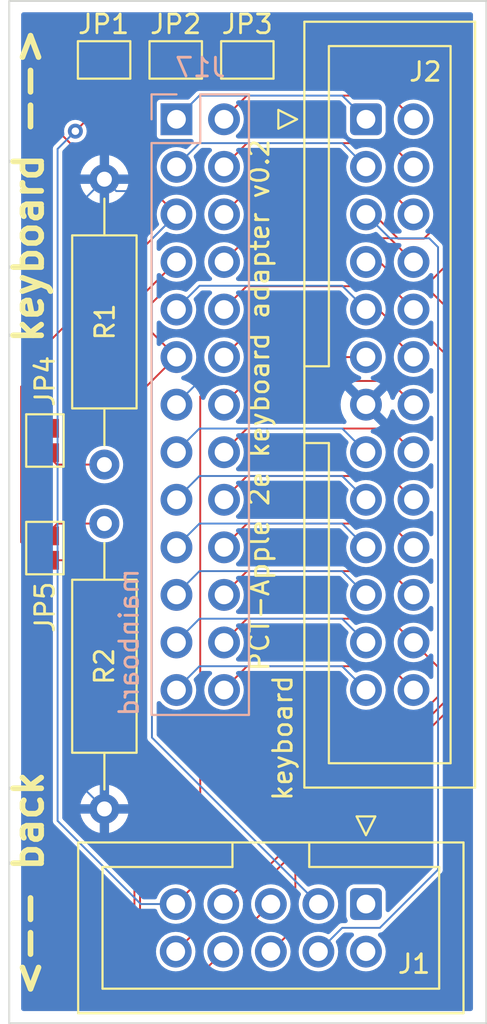
<source format=kicad_pcb>
(kicad_pcb (version 20221018) (generator pcbnew)
  (layers (0 "F.Cu" signal) (31 "B.Cu" signal) (34 "B.Paste" user) (35 "F.Paste" user) (36 "B.SilkS" user "B.Silkscreen") (37 "F.SilkS" user "F.Silkscreen") (38 "B.Mask" user) (39 "F.Mask" user) (44 "Edge.Cuts" user))
  (net 0 "")
  (net 3 "SM1{slash}CAPL")
  (net 4 "SM1{slash}CAPL'")
  (net 5 "SM0{slash}OAPL")
  (net 6 "SM0{slash}OAPL'")
  (net 7 "CAPLOCK*")
  (net 8 "CNTL")
  (net 9 "CNTL'")
  (net 10 "SHFT*")
  (net 11 "Y0")
  (net 12 "Y1")
  (net 13 "VCC")
  (net 14 "Y2")
  (net 15 "Y3")
  (net 16 "Y4")
  (net 17 "Y5")
  (net 18 "Y8")
  (net 19 "GND")
  (net 20 "X0")
  (net 21 "RESET")
  (net 22 "X2")
  (net 23 "X7")
  (net 24 "X1")
  (net 25 "X5")
  (net 26 "X3")
  (net 27 "X4")
  (net 28 "Y9")
  (net 29 "Y6")
  (net 30 "Y7")
  (net 31 "X6")
  (net 32 "Net-(JP4-A)")
  (net 33 "Net-(JP5-A)")
  (footprint "Jumper:SolderJumper-2_P1.3mm_Bridged_Pad1.0x1.5mm" (layer "F.Cu") (at 28.545 47.61 90)
    (fp_text reference "JP4" (at 3.16 0 90) (layer "F.SilkS"))
    (fp_text value "SM1" hide)
    (fp_poly (pts (xy -0.25 -0.3) (xy 0.25 -0.3) (xy 0.25 0.3) (xy -0.25 0.3)) (fill solid) (layer "F.Cu"))
    (fp_line (start -1.4 -1) (end 1.4 -1) (stroke (width 0.12)) (layer "F.SilkS"))
    (fp_line (start -1.4 1) (end -1.4 -1) (stroke (width 0.12)) (layer "F.SilkS"))
    (fp_line (start 1.4 -1) (end 1.4 1) (stroke (width 0.12)) (layer "F.SilkS"))
    (fp_line (start 1.4 1) (end -1.4 1) (stroke (width 0.12)) (layer "F.SilkS"))
    (pad "1" smd rect (at -0.65 0 90) (size 1 1.5) (layers "F.Cu" "F.Mask") (net 32 "Net-(JP4-A)"))
    (pad "2" smd rect (at 0.65 0 90) (size 1 1.5) (layers "F.Cu" "F.Mask") (net 3 "SM1{slash}CAPL"))
  )
  (footprint "Jumper:SolderJumper-2_P1.3mm_Bridged_Pad1.0x1.5mm" (layer "F.Cu") (at 28.545 53.355 -90)
    (fp_text reference "JP5" (at 3.16 0 90) (layer "F.SilkS"))
    (fp_text value "SM0" hide)
    (fp_poly (pts (xy -0.25 -0.3) (xy 0.25 -0.3) (xy 0.25 0.3) (xy -0.25 0.3)) (fill solid) (layer "F.Cu"))
    (fp_line (start -1.4 -1) (end 1.4 -1) (stroke (width 0.12)) (layer "F.SilkS"))
    (fp_line (start -1.4 1) (end -1.4 -1) (stroke (width 0.12)) (layer "F.SilkS"))
    (fp_line (start 1.4 -1) (end 1.4 1) (stroke (width 0.12)) (layer "F.SilkS"))
    (fp_line (start 1.4 1) (end -1.4 1) (stroke (width 0.12)) (layer "F.SilkS"))
    (pad "1" smd rect (at -0.65 0 270) (size 1 1.5) (layers "F.Cu" "F.Mask") (net 33 "Net-(JP5-A)"))
    (pad "2" smd rect (at 0.65 0 270) (size 1 1.5) (layers "F.Cu" "F.Mask") (net 5 "SM0{slash}OAPL"))
  )
  (footprint "Resistor_THT:R_Axial_DIN0309_L9.0mm_D3.2mm_P15.24mm_Horizontal" (layer "F.Cu") (at 31.72 52.045508 -90)
    (fp_text reference "R2" (at 7.62 0 90) (layer "F.SilkS"))
    (fp_text value "560")
    (fp_line (start 1.04 0) (end 3 0) (stroke (width 0.12)) (layer "F.SilkS"))
    (fp_line (start 3 -1.72) (end 3 1.72) (stroke (width 0.12)) (layer "F.SilkS"))
    (fp_line (start 3 1.72) (end 12.24 1.72) (stroke (width 0.12)) (layer "F.SilkS"))
    (fp_line (start 12.24 -1.72) (end 3 -1.72) (stroke (width 0.12)) (layer "F.SilkS"))
    (fp_line (start 12.24 1.72) (end 12.24 -1.72) (stroke (width 0.12)) (layer "F.SilkS"))
    (fp_line (start 14.2 0) (end 12.24 0) (stroke (width 0.12)) (layer "F.SilkS"))
    (pad "1" thru_hole circle (at 0 0 270) (size 1.6 1.6) (drill 0.8) (layers "*.Cu" "*.Mask") (net 33 "Net-(JP5-A)"))
    (pad "2" thru_hole oval (at 15.24 0 270) (size 1.6 1.6) (drill 0.8) (layers "*.Cu" "*.Mask") (net 19 "GND"))
  )
  (footprint "Jumper:SolderJumper-2_P1.3mm_Open_Pad1.0x1.5mm" (layer "F.Cu") (at 35.53 27.285508)
    (fp_text reference "JP2" (at 0 -1.905) (layer "F.SilkS"))
    (fp_text value "Jumper_2_Open" hide)
    (fp_line (start -1.4 -1) (end 1.4 -1) (stroke (width 0.12)) (layer "F.SilkS"))
    (fp_line (start -1.4 1) (end -1.4 -1) (stroke (width 0.12)) (layer "F.SilkS"))
    (fp_line (start 1.4 -1) (end 1.4 1) (stroke (width 0.12)) (layer "F.SilkS"))
    (fp_line (start 1.4 1) (end -1.4 1) (stroke (width 0.12)) (layer "F.SilkS"))
    (pad "1" smd rect (at -0.65 0) (size 1 1.5) (layers "F.Cu" "F.Mask") (net 3 "SM1{slash}CAPL"))
    (pad "2" smd rect (at 0.65 0) (size 1 1.5) (layers "F.Cu" "F.Mask") (net 4 "SM1{slash}CAPL'"))
  )
  (footprint "Connector_IDC:IDC-Header_2x13_P2.54mm_Vertical" (layer "F.Cu") (at 45.69 30.455508)
    (fp_text reference "J2" (at 3.175 -2.535) (layer "F.SilkS"))
    (fp_text value "keyboard" (at -4.445 33.044492 90) (layer "F.SilkS"))
    (fp_line (start -4.68 -0.5) (end -4.68 0.5) (stroke (width 0.12)) (layer "F.SilkS"))
    (fp_line (start -4.68 0.5) (end -3.68 0) (stroke (width 0.12)) (layer "F.SilkS"))
    (fp_line (start -3.68 0) (end -4.68 -0.5) (stroke (width 0.12)) (layer "F.SilkS"))
    (fp_line (start -3.29 -5.21) (end 5.83 -5.21) (stroke (width 0.12)) (layer "F.SilkS"))
    (fp_line (start -3.29 13.19) (end -1.98 13.19) (stroke (width 0.12)) (layer "F.SilkS"))
    (fp_line (start -3.29 35.69) (end -3.29 -5.21) (stroke (width 0.12)) (layer "F.SilkS"))
    (fp_line (start -1.98 -3.91) (end 4.52 -3.91) (stroke (width 0.12)) (layer "F.SilkS"))
    (fp_line (start -1.98 13.19) (end -1.98 -3.91) (stroke (width 0.12)) (layer "F.SilkS"))
    (fp_line (start -1.98 17.29) (end -3.29 17.29) (stroke (width 0.12)) (layer "F.SilkS"))
    (fp_line (start -1.98 17.29) (end -1.98 17.29) (stroke (width 0.12)) (layer "F.SilkS"))
    (fp_line (start -1.98 34.39) (end -1.98 17.29) (stroke (width 0.12)) (layer "F.SilkS"))
    (fp_line (start 4.52 -3.91) (end 4.52 34.39) (stroke (width 0.12)) (layer "F.SilkS"))
    (fp_line (start 4.52 34.39) (end -1.98 34.39) (stroke (width 0.12)) (layer "F.SilkS"))
    (fp_line (start 5.83 -5.21) (end 5.83 35.69) (stroke (width 0.12)) (layer "F.SilkS"))
    (fp_line (start 5.83 35.69) (end -3.29 35.69) (stroke (width 0.12)) (layer "F.SilkS"))
    (pad "1" thru_hole roundrect (at 0 0) (size 1.7 1.7) (drill 1) (layers "*.Cu" "*.Mask") (roundrect_rratio 0.1470588235) (net 11 "Y0"))
    (pad "2" thru_hole circle (at 2.54 0) (size 1.7 1.7) (drill 1) (layers "*.Cu" "*.Mask") (net 12 "Y1"))
    (pad "3" thru_hole circle (at 0 2.54) (size 1.7 1.7) (drill 1) (layers "*.Cu" "*.Mask") (net 13 "VCC"))
    (pad "4" thru_hole circle (at 2.54 2.54) (size 1.7 1.7) (drill 1) (layers "*.Cu" "*.Mask") (net 14 "Y2"))
    (pad "5" thru_hole circle (at 0 5.08) (size 1.7 1.7) (drill 1) (layers "*.Cu" "*.Mask") (net 4 "SM1{slash}CAPL'"))
    (pad "6" thru_hole circle (at 2.54 5.08) (size 1.7 1.7) (drill 1) (layers "*.Cu" "*.Mask") (net 15 "Y3"))
    (pad "7" thru_hole circle (at 0 7.62) (size 1.7 1.7) (drill 1) (layers "*.Cu" "*.Mask") (net 6 "SM0{slash}OAPL'"))
    (pad "8" thru_hole circle (at 2.54 7.62) (size 1.7 1.7) (drill 1) (layers "*.Cu" "*.Mask") (net 16 "Y4"))
    (pad "9" thru_hole circle (at 0 10.16) (size 1.7 1.7) (drill 1) (layers "*.Cu" "*.Mask") (net 7 "CAPLOCK*"))
    (pad "10" thru_hole circle (at 2.54 10.16) (size 1.7 1.7) (drill 1) (layers "*.Cu" "*.Mask") (net 17 "Y5"))
    (pad "11" thru_hole circle (at 0 12.7) (size 1.7 1.7) (drill 1) (layers "*.Cu" "*.Mask") (net 9 "CNTL'"))
    (pad "12" thru_hole circle (at 2.54 12.7) (size 1.7 1.7) (drill 1) (layers "*.Cu" "*.Mask") (net 18 "Y8"))
    (pad "13" thru_hole circle (at 0 15.24) (size 1.7 1.7) (drill 1) (layers "*.Cu" "*.Mask") (net 19 "GND"))
    (pad "14" thru_hole circle (at 2.54 15.24) (size 1.7 1.7) (drill 1) (layers "*.Cu" "*.Mask") (net 20 "X0"))
    (pad "15" thru_hole circle (at 0 17.78) (size 1.7 1.7) (drill 1) (layers "*.Cu" "*.Mask") (net 21 "RESET"))
    (pad "16" thru_hole circle (at 2.54 17.78) (size 1.7 1.7) (drill 1) (layers "*.Cu" "*.Mask") (net 22 "X2"))
    (pad "17" thru_hole circle (at 0 20.32) (size 1.7 1.7) (drill 1) (layers "*.Cu" "*.Mask") (net 23 "X7"))
    (pad "18" thru_hole circle (at 2.54 20.32) (size 1.7 1.7) (drill 1) (layers "*.Cu" "*.Mask") (net 24 "X1"))
    (pad "19" thru_hole circle (at 0 22.86) (size 1.7 1.7) (drill 1) (layers "*.Cu" "*.Mask") (net 25 "X5"))
    (pad "20" thru_hole circle (at 2.54 22.86) (size 1.7 1.7) (drill 1) (layers "*.Cu" "*.Mask") (net 26 "X3"))
    (pad "21" thru_hole circle (at 0 25.4) (size 1.7 1.7) (drill 1) (layers "*.Cu" "*.Mask") (net 27 "X4"))
    (pad "22" thru_hole circle (at 2.54 25.4) (size 1.7 1.7) (drill 1) (layers "*.Cu" "*.Mask") (net 28 "Y9"))
    (pad "23" thru_hole circle (at 0 27.94) (size 1.7 1.7) (drill 1) (layers "*.Cu" "*.Mask") (net 29 "Y6"))
    (pad "24" thru_hole circle (at 2.54 27.94) (size 1.7 1.7) (drill 1) (layers "*.Cu" "*.Mask") (net 10 "SHFT*"))
    (pad "25" thru_hole circle (at 0 30.48) (size 1.7 1.7) (drill 1) (layers "*.Cu" "*.Mask") (net 30 "Y7"))
    (pad "26" thru_hole circle (at 2.54 30.48) (size 1.7 1.7) (drill 1) (layers "*.Cu" "*.Mask") (net 31 "X6"))
  )
  (footprint "Jumper:SolderJumper-2_P1.3mm_Open_Pad1.0x1.5mm" (layer "F.Cu") (at 31.705 27.285508 180)
    (fp_text reference "JP1" (at 0.025 1.905) (layer "F.SilkS"))
    (fp_text value "Jumper_2_Open" hide)
    (fp_line (start -1.4 -1) (end 1.4 -1) (stroke (width 0.12)) (layer "F.SilkS"))
    (fp_line (start -1.4 1) (end -1.4 -1) (stroke (width 0.12)) (layer "F.SilkS"))
    (fp_line (start 1.4 -1) (end 1.4 1) (stroke (width 0.12)) (layer "F.SilkS"))
    (fp_line (start 1.4 1) (end -1.4 1) (stroke (width 0.12)) (layer "F.SilkS"))
    (pad "1" smd rect (at -0.65 0 180) (size 1 1.5) (layers "F.Cu" "F.Mask") (net 8 "CNTL"))
    (pad "2" smd rect (at 0.65 0 180) (size 1 1.5) (layers "F.Cu" "F.Mask") (net 9 "CNTL'"))
  )
  (footprint "Resistor_THT:R_Axial_DIN0309_L9.0mm_D3.2mm_P15.24mm_Horizontal" (layer "F.Cu") (at 31.72 48.895 90)
    (fp_text reference "R1" (at 7.62 0.03 90) (layer "F.SilkS"))
    (fp_text value "560")
    (fp_line (start 1.04 0) (end 3 0) (stroke (width 0.12)) (layer "F.SilkS"))
    (fp_line (start 3 -1.72) (end 3 1.72) (stroke (width 0.12)) (layer "F.SilkS"))
    (fp_line (start 3 1.72) (end 12.24 1.72) (stroke (width 0.12)) (layer "F.SilkS"))
    (fp_line (start 12.24 -1.72) (end 3 -1.72) (stroke (width 0.12)) (layer "F.SilkS"))
    (fp_line (start 12.24 1.72) (end 12.24 -1.72) (stroke (width 0.12)) (layer "F.SilkS"))
    (fp_line (start 14.2 0) (end 12.24 0) (stroke (width 0.12)) (layer "F.SilkS"))
    (pad "1" thru_hole circle (at 0 0 90) (size 1.6 1.6) (drill 0.8) (layers "*.Cu" "*.Mask") (net 32 "Net-(JP4-A)"))
    (pad "2" thru_hole oval (at 15.24 0 90) (size 1.6 1.6) (drill 0.8) (layers "*.Cu" "*.Mask") (net 19 "GND"))
  )
  (footprint "Jumper:SolderJumper-2_P1.3mm_Open_Pad1.0x1.5mm" (layer "F.Cu") (at 39.355 27.285508)
    (fp_text reference "JP3" (at -0.005 -1.905) (layer "F.SilkS"))
    (fp_text value "Jumper_2_Open" hide)
    (fp_line (start -1.4 -1) (end 1.4 -1) (stroke (width 0.12)) (layer "F.SilkS"))
    (fp_line (start -1.4 1) (end -1.4 -1) (stroke (width 0.12)) (layer "F.SilkS"))
    (fp_line (start 1.4 -1) (end 1.4 1) (stroke (width 0.12)) (layer "F.SilkS"))
    (fp_line (start 1.4 1) (end -1.4 1) (stroke (width 0.12)) (layer "F.SilkS"))
    (pad "1" smd rect (at -0.65 0) (size 1 1.5) (layers "F.Cu" "F.Mask") (net 5 "SM0{slash}OAPL"))
    (pad "2" smd rect (at 0.65 0) (size 1 1.5) (layers "F.Cu" "F.Mask") (net 6 "SM0{slash}OAPL'"))
  )
  (footprint "Connector_IDC:IDC-Header_2x05_P2.54mm_Vertical" (layer "F.Cu") (at 45.69 72.365508 -90)
    (fp_text reference "J1" (at 3.199492 -2.57) (layer "F.SilkS"))
    (fp_text value "PCT-Apple 2e keyboard adapter v0.2" (at -26.645508 5.685 90) (layer "F.SilkS"))
    (fp_line (start -4.68 -0.5) (end -4.68 0.5) (stroke (width 0.12)) (layer "F.SilkS"))
    (fp_line (start -4.68 0.5) (end -3.68 0) (stroke (width 0.12)) (layer "F.SilkS"))
    (fp_line (start -3.68 0) (end -4.68 -0.5) (stroke (width 0.12)) (layer "F.SilkS"))
    (fp_line (start -3.29 -5.21) (end 5.83 -5.21) (stroke (width 0.12)) (layer "F.SilkS"))
    (fp_line (start -3.29 3.03) (end -1.98 3.03) (stroke (width 0.12)) (layer "F.SilkS"))
    (fp_line (start -3.29 15.37) (end -3.29 -5.21) (stroke (width 0.12)) (layer "F.SilkS"))
    (fp_line (start -1.98 -3.91) (end 4.52 -3.91) (stroke (width 0.12)) (layer "F.SilkS"))
    (fp_line (start -1.98 3.03) (end -1.98 -3.91) (stroke (width 0.12)) (layer "F.SilkS"))
    (fp_line (start -1.98 7.13) (end -3.29 7.13) (stroke (width 0.12)) (layer "F.SilkS"))
    (fp_line (start -1.98 7.13) (end -1.98 7.13) (stroke (width 0.12)) (layer "F.SilkS"))
    (fp_line (start -1.98 14.07) (end -1.98 7.13) (stroke (width 0.12)) (layer "F.SilkS"))
    (fp_line (start 4.52 -3.91) (end 4.52 14.07) (stroke (width 0.12)) (layer "F.SilkS"))
    (fp_line (start 4.52 14.07) (end -1.98 14.07) (stroke (width 0.12)) (layer "F.SilkS"))
    (fp_line (start 5.83 -5.21) (end 5.83 15.37) (stroke (width 0.12)) (layer "F.SilkS"))
    (fp_line (start 5.83 15.37) (end -3.29 15.37) (stroke (width 0.12)) (layer "F.SilkS"))
    (pad "1" thru_hole roundrect (at 0 0 270) (size 1.7 1.7) (drill 1) (layers "*.Cu" "*.Mask") (roundrect_rratio 0.147059))
    (pad "2" thru_hole circle (at 2.54 0 270) (size 1.7 1.7) (drill 1) (layers "*.Cu" "*.Mask"))
    (pad "3" thru_hole circle (at 0 2.54 270) (size 1.7 1.7) (drill 1) (layers "*.Cu" "*.Mask") (net 3 "SM1{slash}CAPL"))
    (pad "4" thru_hole circle (at 2.54 2.54 270) (size 1.7 1.7) (drill 1) (layers "*.Cu" "*.Mask") (net 4 "SM1{slash}CAPL'"))
    (pad "5" thru_hole circle (at 0 5.08 270) (size 1.7 1.7) (drill 1) (layers "*.Cu" "*.Mask") (net 5 "SM0{slash}OAPL"))
    (pad "6" thru_hole circle (at 2.54 5.08 270) (size 1.7 1.7) (drill 1) (layers "*.Cu" "*.Mask") (net 6 "SM0{slash}OAPL'"))
    (pad "7" thru_hole circle (at 0 7.62 270) (size 1.7 1.7) (drill 1) (layers "*.Cu" "*.Mask") (net 7 "CAPLOCK*"))
    (pad "8" thru_hole circle (at 2.54 7.62 270) (size 1.7 1.7) (drill 1) (layers "*.Cu" "*.Mask") (net 8 "CNTL"))
    (pad "9" thru_hole circle (at 0 10.16 270) (size 1.7 1.7) (drill 1) (layers "*.Cu" "*.Mask") (net 9 "CNTL'"))
    (pad "10" thru_hole circle (at 2.54 10.16 270) (size 1.7 1.7) (drill 1) (layers "*.Cu" "*.Mask") (net 10 "SHFT*"))
  )
  (footprint "Connector_PinSocket_2.54mm:PinSocket_2x13_P2.54mm_Vertical" (layer "B.Cu") (at 35.57 30.455508 180)
    (fp_text reference "J17" (at -1.27 2.77) (layer "B.SilkS") (effects (justify mirror)))
    (fp_text value "mainboard" (at 2.54 -27.94 90) (layer "B.SilkS") (effects (justify mirror)))
    (fp_line (start -3.87 -31.81) (end 1.33 -31.81) (stroke (width 0.12)) (layer "B.SilkS"))
    (fp_line (start -3.87 1.33) (end -3.87 -31.81) (stroke (width 0.12)) (layer "B.SilkS"))
    (fp_line (start -3.87 1.33) (end -1.27 1.33) (stroke (width 0.12)) (layer "B.SilkS"))
    (fp_line (start -1.27 -1.27) (end 1.33 -1.27) (stroke (width 0.12)) (layer "B.SilkS"))
    (fp_line (start -1.27 1.33) (end -1.27 -1.27) (stroke (width 0.12)) (layer "B.SilkS"))
    (fp_line (start 0 1.33) (end 1.33 1.33) (stroke (width 0.12)) (layer "B.SilkS"))
    (fp_line (start 1.33 -1.27) (end 1.33 -31.81) (stroke (width 0.12)) (layer "B.SilkS"))
    (fp_line (start 1.33 1.33) (end 1.33 0) (stroke (width 0.12)) (layer "B.SilkS"))
    (pad "1" thru_hole rect (at 0 0 180) (size 1.7 1.7) (drill 1) (layers "*.Cu" "*.Mask") (net 11 "Y0"))
    (pad "2" thru_hole oval (at -2.54 0 180) (size 1.7 1.7) (drill 1) (layers "*.Cu" "*.Mask") (net 12 "Y1"))
    (pad "3" thru_hole oval (at 0 -2.54 180) (size 1.7 1.7) (drill 1) (layers "*.Cu" "*.Mask") (net 13 "VCC"))
    (pad "4" thru_hole oval (at -2.54 -2.54 180) (size 1.7 1.7) (drill 1) (layers "*.Cu" "*.Mask") (net 14 "Y2"))
    (pad "5" thru_hole oval (at 0 -5.08 180) (size 1.7 1.7) (drill 1) (layers "*.Cu" "*.Mask") (net 3 "SM1{slash}CAPL"))
    (pad "6" thru_hole oval (at -2.54 -5.08 180) (size 1.7 1.7) (drill 1) (layers "*.Cu" "*.Mask") (net 15 "Y3"))
    (pad "7" thru_hole oval (at 0 -7.62 180) (size 1.7 1.7) (drill 1) (layers "*.Cu" "*.Mask") (net 5 "SM0{slash}OAPL"))
    (pad "8" thru_hole oval (at -2.54 -7.62 180) (size 1.7 1.7) (drill 1) (layers "*.Cu" "*.Mask") (net 16 "Y4"))
    (pad "9" thru_hole oval (at 0 -10.16 180) (size 1.7 1.7) (drill 1) (layers "*.Cu" "*.Mask") (net 7 "CAPLOCK*"))
    (pad "10" thru_hole oval (at -2.54 -10.16 180) (size 1.7 1.7) (drill 1) (layers "*.Cu" "*.Mask") (net 17 "Y5"))
    (pad "11" thru_hole oval (at 0 -12.7 180) (size 1.7 1.7) (drill 1) (layers "*.Cu" "*.Mask") (net 8 "CNTL"))
    (pad "12" thru_hole oval (at -2.54 -12.7 180) (size 1.7 1.7) (drill 1) (layers "*.Cu" "*.Mask") (net 18 "Y8"))
    (pad "13" thru_hole oval (at 0 -15.24 180) (size 1.7 1.7) (drill 1) (layers "*.Cu" "*.Mask") (net 19 "GND"))
    (pad "14" thru_hole oval (at -2.54 -15.24 180) (size 1.7 1.7) (drill 1) (layers "*.Cu" "*.Mask") (net 20 "X0"))
    (pad "15" thru_hole oval (at 0 -17.78 180) (size 1.7 1.7) (drill 1) (layers "*.Cu" "*.Mask") (net 21 "RESET"))
    (pad "16" thru_hole oval (at -2.54 -17.78 180) (size 1.7 1.7) (drill 1) (layers "*.Cu" "*.Mask") (net 22 "X2"))
    (pad "17" thru_hole oval (at 0 -20.32 180) (size 1.7 1.7) (drill 1) (layers "*.Cu" "*.Mask") (net 23 "X7"))
    (pad "18" thru_hole oval (at -2.54 -20.32 180) (size 1.7 1.7) (drill 1) (layers "*.Cu" "*.Mask") (net 24 "X1"))
    (pad "19" thru_hole oval (at 0 -22.86 180) (size 1.7 1.7) (drill 1) (layers "*.Cu" "*.Mask") (net 25 "X5"))
    (pad "20" thru_hole oval (at -2.54 -22.86 180) (size 1.7 1.7) (drill 1) (layers "*.Cu" "*.Mask") (net 26 "X3"))
    (pad "21" thru_hole oval (at 0 -25.4 180) (size 1.7 1.7) (drill 1) (layers "*.Cu" "*.Mask") (net 27 "X4"))
    (pad "22" thru_hole oval (at -2.54 -25.4 180) (size 1.7 1.7) (drill 1) (layers "*.Cu" "*.Mask") (net 28 "Y9"))
    (pad "23" thru_hole oval (at 0 -27.94 180) (size 1.7 1.7) (drill 1) (layers "*.Cu" "*.Mask") (net 29 "Y6"))
    (pad "24" thru_hole oval (at -2.54 -27.94 180) (size 1.7 1.7) (drill 1) (layers "*.Cu" "*.Mask") (net 10 "SHFT*"))
    (pad "25" thru_hole oval (at 0 -30.48 180) (size 1.7 1.7) (drill 1) (layers "*.Cu" "*.Mask") (net 30 "Y7"))
    (pad "26" thru_hole oval (at -2.54 -30.48 180) (size 1.7 1.7) (drill 1) (layers "*.Cu" "*.Mask") (net 31 "X6"))
  )
  (gr_rect (start 26.64 24.135) (end 52.12 78.735) (stroke (width 0.1)) (fill none) (layer "Edge.Cuts"))
  (gr_text "keyboard -->" (at 28.545 42.545 90) (layer "F.SilkS") (effects (font (size 1.5 1.5) (thickness 0.3) bold) (justify left bottom)))
  (gr_text "<-- back" (at 28.545 77.450508 90) (layer "F.SilkS") (effects (font (size 1.5 1.5) (thickness 0.3) bold) (justify left bottom)))
  (segment (start 31.775 31.740508) (end 35.57 35.535508) (width 0.1) (layer "F.Cu") (net 3))
  (segment (start 28.575 42.530508) (end 35.57 35.535508) (width 0.1) (layer "F.Cu") (net 3))
  (segment (start 28.575 30.415247) (end 29.900261 31.740508) (width 0.1) (layer "F.Cu") (net 3))
  (segment (start 30.15 25.7) (end 28.575 27.275) (width 0.1) (layer "F.Cu") (net 3))
  (segment (start 28.575 46.99) (end 28.575 42.530508) (width 0.1) (layer "F.Cu") (net 3))
  (segment (start 29.900261 31.740508) (end 31.775 31.740508) (width 0.1) (layer "F.Cu") (net 3))
  (segment (start 28.575 27.275) (end 28.575 30.415247) (width 0.1) (layer "F.Cu") (net 3))
  (segment (start 33.294492 25.7) (end 30.15 25.7) (width 0.1) (layer "F.Cu") (net 3))
  (segment (start 34.88 27.285508) (end 33.294492 25.7) (width 0.1) (layer "F.Cu") (net 3))
  (segment (start 43.15 72.365508) (end 34.26 63.475508) (width 0.1) (layer "B.Cu") (net 3))
  (segment (start 34.26 36.845508) (end 35.57 35.535508) (width 0.1) (layer "B.Cu") (net 3))
  (segment (start 34.26 63.475508) (end 34.26 36.845508) (width 0.1) (layer "B.Cu") (net 3))
  (segment (start 47.408756 36.83) (end 46.114264 35.535508) (width 0.1) (layer "F.Cu") (net 4))
  (segment (start 37.469492 28.575) (end 48.119773 28.575) (width 0.1) (layer "F.Cu") (net 4))
  (segment (start 36.18 27.285508) (end 37.469492 28.575) (width 0.1) (layer "F.Cu") (net 4))
  (segment (start 48.119773 28.575) (end 49.5 29.955227) (width 0.1) (layer "F.Cu") (net 4))
  (segment (start 46.114264 35.535508) (end 45.69 35.535508) (width 0.1) (layer "F.Cu") (net 4))
  (segment (start 49.5 29.955227) (end 49.5 36.116124) (width 0.1) (layer "F.Cu") (net 4))
  (segment (start 48.786124 36.83) (end 47.408756 36.83) (width 0.1) (layer "F.Cu") (net 4))
  (segment (start 49.5 36.116124) (end 48.786124 36.83) (width 0.1) (layer "F.Cu") (net 4))
  (segment (start 49.54 70.528682) (end 49.54 37.282727) (width 0.1) (layer "B.Cu") (net 4))
  (segment (start 46.433174 73.635508) (end 49.54 70.528682) (width 0.1) (layer "B.Cu") (net 4))
  (segment (start 49.54 37.282727) (end 49.067781 36.810508) (width 0.1) (layer "B.Cu") (net 4))
  (segment (start 49.067781 36.810508) (end 46.965 36.810508) (width 0.1) (layer "B.Cu") (net 4))
  (segment (start 43.15 74.905508) (end 44.42 73.635508) (width 0.1) (layer "B.Cu") (net 4))
  (segment (start 44.42 73.635508) (end 46.433174 73.635508) (width 0.1) (layer "B.Cu") (net 4))
  (segment (start 46.965 36.810508) (end 45.69 35.535508) (width 0.1) (layer "B.Cu") (net 4))
  (segment (start 28.545 54.005) (end 32.72 54.005) (width 0.1) (layer "F.Cu") (net 5))
  (segment (start 28.275 43.731954) (end 27.275 44.731954) (width 0.1) (layer "F.Cu") (net 5))
  (segment (start 39.38 73.595508) (end 40.61 72.365508) (width 0.1) (layer "F.Cu") (net 5))
  (segment (start 27.275 44.731954) (end 27.275 53.038554) (width 0.1) (layer "F.Cu") (net 5))
  (segment (start 35.53 38.075508) (end 33.325 40.280508) (width 0.1) (layer "F.Cu") (net 5))
  (segment (start 27.275 53.038554) (end 28.241446 54.005) (width 0.1) (layer "F.Cu") (net 5))
  (segment (start 33.325 40.280508) (end 33.325 74.996958) (width 0.1) (layer "F.Cu") (net 5))
  (segment (start 29.815 25.4) (end 28.275 26.94) (width 0.1) (layer "F.Cu") (net 5))
  (segment (start 34.853894 76.525852) (end 38.19915 76.525852) (width 0.1) (layer "F.Cu") (net 5))
  (segment (start 32.72 54.005) (end 33.325 54.61) (width 0.1) (layer "F.Cu") (net 5))
  (segment (start 36.819492 25.4) (end 29.815 25.4) (width 0.1) (layer "F.Cu") (net 5))
  (segment (start 39.38 75.345002) (end 39.38 73.595508) (width 0.1) (layer "F.Cu") (net 5))
  (segment (start 28.241446 54.005) (end 28.545 54.005) (width 0.1) (layer "F.Cu") (net 5))
  (segment (start 28.275 26.94) (end 28.275 43.731954) (width 0.1) (layer "F.Cu") (net 5))
  (segment (start 38.705 27.285508) (end 36.819492 25.4) (width 0.1) (layer "F.Cu") (net 5))
  (segment (start 38.19915 76.525852) (end 39.38 75.345002) (width 0.1) (layer "F.Cu") (net 5))
  (segment (start 33.325 74.996958) (end 34.853894 76.525852) (width 0.1) (layer "F.Cu") (net 5))
  (segment (start 48.840508 39.345508) (end 48.620054 39.345508) (width 0.1) (layer "F.Cu") (net 6))
  (segment (start 41.92 70.178354) (end 50.435 61.663354) (width 0.1) (layer "F.Cu") (net 6))
  (segment (start 47.360611 27.285508) (end 49.875 29.799897) (width 0.1) (layer "F.Cu") (net 6))
  (segment (start 40.61 74.905508) (end 41.92 73.595508) (width 0.1) (layer "F.Cu") (net 6))
  (segment (start 40.005 27.285508) (end 47.360611 27.285508) (width 0.1) (layer "F.Cu") (net 6))
  (segment (start 49.875 38.36) (end 48.889492 39.345508) (width 0.1) (layer "F.Cu") (net 6))
  (segment (start 47.690254 39.345508) (end 46.420254 38.075508) (width 0.1) (layer "F.Cu") (net 6))
  (segment (start 50.435 61.663354) (end 50.435 40.94) (width 0.1) (layer "F.Cu") (net 6))
  (segment (start 41.92 73.595508) (end 41.92 70.178354) (width 0.1) (layer "F.Cu") (net 6))
  (segment (start 46.420254 38.075508) (end 45.69 38.075508) (width 0.1) (layer "F.Cu") (net 6))
  (segment (start 48.620054 39.345508) (end 47.690254 39.345508) (width 0.1) (layer "F.Cu") (net 6))
  (segment (start 49.875 29.799897) (end 49.875 38.36) (width 0.1) (layer "F.Cu") (net 6))
  (segment (start 50.435 40.94) (end 48.840508 39.345508) (width 0.1) (layer "F.Cu") (net 6))
  (segment (start 48.889492 39.345508) (end 48.620054 39.345508) (width 0.1) (layer "F.Cu") (net 6))
  (segment (start 46.365 40.615508) (end 45.69 40.615508) (width 0.1) (layer "F.Cu") (net 7))
  (segment (start 48.819366 41.885508) (end 47.635 41.885508) (width 0.1) (layer "F.Cu") (net 7))
  (segment (start 39.240344 71.195164) (end 40.266794 71.195164) (width 0.1) (layer "F.Cu") (net 7))
  (segment (start 50.135 61.326958) (end 50.135 43.201142) (width 0.1) (layer "F.Cu") (net 7))
  (segment (start 47.635 41.885508) (end 46.365 40.615508) (width 0.1) (layer "F.Cu") (net 7))
  (segment (start 38.07 72.365508) (end 39.240344 71.195164) (width 0.1) (layer "F.Cu") (net 7))
  (segment (start 40.266794 71.195164) (end 50.135 61.326958) (width 0.1) (layer "F.Cu") (net 7))
  (segment (start 50.135 43.201142) (end 48.819366 41.885508) (width 0.1) (layer "F.Cu") (net 7))
  (segment (start 36.8 39.345508) (end 44.42 39.345508) (width 0.1) (layer "B.Cu") (net 7))
  (segment (start 44.42 39.345508) (end 45.69 40.615508) (width 0.1) (layer "B.Cu") (net 7))
  (segment (start 35.53 40.615508) (end 36.8 39.345508) (width 0.1) (layer "B.Cu") (net 7))
  (segment (start 34.895 34.29) (end 32.355 31.75) (width 0.1) (layer "F.Cu") (net 8))
  (segment (start 33.625 45.060508) (end 35.53 43.155508) (width 0.1) (layer "F.Cu") (net 8))
  (segment (start 36.749656 76.225852) (end 34.978158 76.225852) (width 0.1) (layer "F.Cu") (net 8))
  (segment (start 35.57 43.155508) (end 34.26 41.845508) (width 0.1) (layer "F.Cu") (net 8))
  (segment (start 36.8 38.735) (end 36.8 35.105454) (width 0.1) (layer "F.Cu") (net 8))
  (segment (start 33.625 74.872694) (end 33.625 45.060508) (width 0.1) (layer "F.Cu") (net 8))
  (segment (start 36.8 35.105454) (end 35.984546 34.29) (width 0.1) (layer "F.Cu") (net 8))
  (segment (start 35.984546 34.29) (end 34.895 34.29) (width 0.1) (layer "F.Cu") (net 8))
  (segment (start 38.07 74.905508) (end 36.749656 76.225852) (width 0.1) (layer "F.Cu") (net 8))
  (segment (start 34.26 41.845508) (end 34.26 40.265454) (width 0.1) (layer "F.Cu") (net 8))
  (segment (start 34.978158 76.225852) (end 33.625 74.872694) (width 0.1) (layer "F.Cu") (net 8))
  (segment (start 35.155454 39.37) (end 36.165 39.37) (width 0.1) (layer "F.Cu") (net 8))
  (segment (start 36.165 39.37) (end 36.8 38.735) (width 0.1) (layer "F.Cu") (net 8))
  (segment (start 32.355 31.75) (end 32.355 27.285508) (width 0.1) (layer "F.Cu") (net 8))
  (segment (start 34.26 40.265454) (end 35.155454 39.37) (width 0.1) (layer "F.Cu") (net 8))
  (segment (start 39.973604 43.155508) (end 45.69 43.155508) (width 0.1) (layer "F.Cu") (net 9))
  (segment (start 36.84 71.055508) (end 36.84 45.265454) (width 0.1) (layer "F.Cu") (net 9))
  (segment (start 35.53 72.365508) (end 36.84 71.055508) (width 0.1) (layer "F.Cu") (net 9))
  (segment (start 38.698604 44.430508) (end 39.973604 43.155508) (width 0.1) (layer "F.Cu") (net 9))
  (segment (start 36.84 45.265454) (end 37.674946 44.430508) (width 0.1) (layer "F.Cu") (net 9))
  (segment (start 31.055 27.285508) (end 31.055 30.205008) (width 0.1) (layer "F.Cu") (net 9))
  (segment (start 37.674946 44.430508) (end 38.698604 44.430508) (width 0.1) (layer "F.Cu") (net 9))
  (segment (start 31.055 30.205008) (end 30.1695 31.090508) (width 0.1) (layer "F.Cu") (net 9))
  (via (at 30.1695 31.090508) (size 0.8) (drill 0.4) (layers "F.Cu" "B.Cu") (net 9))
  (segment (start 29.22 32.040008) (end 29.22 67.920508) (width 0.1) (layer "B.Cu") (net 9))
  (segment (start 30.1695 31.090508) (end 29.22 32.040008) (width 0.1) (layer "B.Cu") (net 9))
  (segment (start 29.22 67.920508) (end 33.665 72.365508) (width 0.1) (layer "B.Cu") (net 9))
  (segment (start 33.665 72.365508) (end 35.53 72.365508) (width 0.1) (layer "B.Cu") (net 9))
  (segment (start 36.84 71.745454) (end 38.07 70.515454) (width 0.1) (layer "F.Cu") (net 10))
  (segment (start 38.07 58.395508) (end 39.34 57.125508) (width 0.1) (layer "F.Cu") (net 10))
  (segment (start 46.96 57.125508) (end 48.23 58.395508) (width 0.1) (layer "F.Cu") (net 10))
  (segment (start 49.54 59.705508) (end 48.23 58.395508) (width 0.1) (layer "F.Cu") (net 10))
  (segment (start 38.07 70.515454) (end 40.310108 70.515454) (width 0.1) (layer "F.Cu") (net 10))
  (segment (start 36.84 73.595508) (end 36.84 71.745454) (width 0.1) (layer "F.Cu") (net 10))
  (segment (start 39.34 57.125508) (end 46.96 57.125508) (width 0.1) (layer "F.Cu") (net 10))
  (segment (start 40.310108 70.515454) (end 49.54 61.285562) (width 0.1) (layer "F.Cu") (net 10))
  (segment (start 35.53 74.905508) (end 36.84 73.595508) (width 0.1) (layer "F.Cu") (net 10))
  (segment (start 49.54 61.285562) (end 49.54 59.705508) (width 0.1) (layer "F.Cu") (net 10))
  (segment (start 35.53 30.455508) (end 36.795 29.190508) (width 0.1) (layer "B.Cu") (net 11))
  (segment (start 44.425 29.190508) (end 45.69 30.455508) (width 0.1) (layer "B.Cu") (net 11))
  (segment (start 36.795 29.190508) (end 44.425 29.190508) (width 0.1) (layer "B.Cu") (net 11))
  (segment (start 38.07 30.455508) (end 39.335 29.190508) (width 0.1) (layer "F.Cu") (net 12))
  (segment (start 39.335 29.190508) (end 46.965 29.190508) (width 0.1) (layer "F.Cu") (net 12))
  (segment (start 46.965 29.190508) (end 48.23 30.455508) (width 0.1) (layer "F.Cu") (net 12))
  (segment (start 36.795 31.730508) (end 44.425 31.730508) (width 0.1) (layer "B.Cu") (net 13))
  (segment (start 35.53 32.995508) (end 36.795 31.730508) (width 0.1) (layer "B.Cu") (net 13))
  (segment (start 44.425 31.730508) (end 45.69 32.995508) (width 0.1) (layer "B.Cu") (net 13))
  (segment (start 46.965 31.730508) (end 48.23 32.995508) (width 0.1) (layer "F.Cu") (net 14))
  (segment (start 38.07 32.995508) (end 39.335 31.730508) (width 0.1) (layer "F.Cu") (net 14))
  (segment (start 39.335 31.730508) (end 46.965 31.730508) (width 0.1) (layer "F.Cu") (net 14))
  (segment (start 38.07 35.535508) (end 39.315508 34.29) (width 0.1) (layer "F.Cu") (net 15))
  (segment (start 39.315508 34.29) (end 46.984492 34.29) (width 0.1) (layer "F.Cu") (net 15))
  (segment (start 46.984492 34.29) (end 48.23 35.535508) (width 0.1) (layer "F.Cu") (net 15))
  (segment (start 46.96 36.805508) (end 48.23 38.075508) (width 0.1) (layer "F.Cu") (net 16))
  (segment (start 38.07 38.075508) (end 39.34 36.805508) (width 0.1) (layer "F.Cu") (net 16))
  (segment (start 39.34 36.805508) (end 46.96 36.805508) (width 0.1) (layer "F.Cu") (net 16))
  (segment (start 46.984492 39.37) (end 48.23 40.615508) (width 0.1) (layer "F.Cu") (net 17))
  (segment (start 38.07 40.615508) (end 39.315508 39.37) (width 0.1) (layer "F.Cu") (net 17))
  (segment (start 39.315508 39.37) (end 46.984492 39.37) (width 0.1) (layer "F.Cu") (net 17))
  (segment (start 39.34 41.885508) (end 46.96 41.885508) (width 0.1) (layer "F.Cu") (net 18))
  (segment (start 38.07 43.155508) (end 39.34 41.885508) (width 0.1) (layer "F.Cu") (net 18))
  (segment (start 46.96 41.885508) (end 48.23 43.155508) (width 0.1) (layer "F.Cu") (net 18))
  (segment (start 31.72 33.655) (end 30.92 33.655) (width 0.1) (layer "F.Cu") (net 19))
  (segment (start 30.45 66.015508) (end 31.72 67.285508) (width 0.1) (layer "B.Cu") (net 19))
  (segment (start 46.96 37.442208) (end 46.347792 36.83) (width 0.1) (layer "B.Cu") (net 19))
  (segment (start 45.69 45.695508) (end 46.96 44.425508) (width 0.1) (layer "B.Cu") (net 19))
  (segment (start 40.050504 34.29) (end 32.355 34.29) (width 0.1) (layer "B.Cu") (net 19))
  (segment (start 36.795 44.430508) (end 44.425 44.430508) (width 0.1) (layer "B.Cu") (net 19))
  (segment (start 31.72 33.655) (end 30.45 34.925) (width 0.1) (layer "B.Cu") (net 19))
  (segment (start 30.45 34.925) (end 30.45 66.015508) (width 0.1) (layer "B.Cu") (net 19))
  (segment (start 42.590504 36.83) (end 40.050504 34.29) (width 0.1) (layer "B.Cu") (net 19))
  (segment (start 46.347792 36.83) (end 42.590504 36.83) (width 0.1) (layer "B.Cu") (net 19))
  (segment (start 32.355 34.29) (end 31.72 33.655) (width 0.1) (layer "B.Cu") (net 19))
  (segment (start 31.72 33.655) (end 31.739492 33.635508) (width 0.1) (layer "B.Cu") (net 19))
  (segment (start 46.96 44.425508) (end 46.96 37.442208) (width 0.1) (layer "B.Cu") (net 19))
  (segment (start 35.53 45.695508) (end 36.795 44.430508) (width 0.1) (layer "B.Cu") (net 19))
  (segment (start 44.425 44.430508) (end 45.69 45.695508) (width 0.1) (layer "B.Cu") (net 19))
  (segment (start 46.965 44.430508) (end 48.23 45.695508) (width 0.1) (layer "F.Cu") (net 20))
  (segment (start 39.335 44.430508) (end 46.965 44.430508) (width 0.1) (layer "F.Cu") (net 20))
  (segment (start 38.07 45.695508) (end 39.335 44.430508) (width 0.1) (layer "F.Cu") (net 20))
  (segment (start 36.795 46.970508) (end 44.425 46.970508) (width 0.1) (layer "B.Cu") (net 21))
  (segment (start 44.425 46.970508) (end 45.69 48.235508) (width 0.1) (layer "B.Cu") (net 21))
  (segment (start 35.53 48.235508) (end 36.795 46.970508) (width 0.1) (layer "B.Cu") (net 21))
  (segment (start 39.335 46.970508) (end 46.965 46.970508) (width 0.1) (layer "F.Cu") (net 22))
  (segment (start 38.07 48.235508) (end 39.335 46.970508) (width 0.1) (layer "F.Cu") (net 22))
  (segment (start 46.965 46.970508) (end 48.23 48.235508) (width 0.1) (layer "F.Cu") (net 22))
  (segment (start 35.53 50.775508) (end 36.8 49.505508) (width 0.1) (layer "B.Cu") (net 23))
  (segment (start 44.42 49.505508) (end 45.69 50.775508) (width 0.1) (layer "B.Cu") (net 23))
  (segment (start 36.8 49.505508) (end 44.42 49.505508) (width 0.1) (layer "B.Cu") (net 23))
  (segment (start 39.34 49.505508) (end 46.96 49.505508) (width 0.1) (layer "F.Cu") (net 24))
  (segment (start 38.07 50.775508) (end 39.34 49.505508) (width 0.1) (layer "F.Cu") (net 24))
  (segment (start 46.96 49.505508) (end 48.23 50.775508) (width 0.1) (layer "F.Cu") (net 24))
  (segment (start 35.53 53.315508) (end 36.8 52.045508) (width 0.1) (layer "B.Cu") (net 25))
  (segment (start 36.8 52.045508) (end 44.42 52.045508) (width 0.1) (layer "B.Cu") (net 25))
  (segment (start 44.42 52.045508) (end 45.69 53.315508) (width 0.1) (layer "B.Cu") (net 25))
  (segment (start 38.07 53.315508) (end 39.34 52.045508) (width 0.1) (layer "F.Cu") (net 26))
  (segment (start 39.34 52.045508) (end 46.96 52.045508) (width 0.1) (layer "F.Cu") (net 26))
  (segment (start 46.96 52.045508) (end 48.23 53.315508) (width 0.1) (layer "F.Cu") (net 26))
  (segment (start 44.42 54.585508) (end 45.69 55.855508) (width 0.1) (layer "B.Cu") (net 27))
  (segment (start 36.8 54.585508) (end 44.42 54.585508) (width 0.1) (layer "B.Cu") (net 27))
  (segment (start 35.53 55.855508) (end 36.8 54.585508) (width 0.1) (layer "B.Cu") (net 27))
  (segment (start 39.34 54.585508) (end 46.96 54.585508) (width 0.1) (layer "F.Cu") (net 28))
  (segment (start 38.07 55.855508) (end 39.34 54.585508) (width 0.1) (layer "F.Cu") (net 28))
  (segment (start 46.96 54.585508) (end 48.23 55.855508) (width 0.1) (layer "F.Cu") (net 28))
  (segment (start 44.42 57.125508) (end 45.69 58.395508) (width 0.1) (layer "B.Cu") (net 29))
  (segment (start 36.8 57.125508) (end 44.42 57.125508) (width 0.1) (layer "B.Cu") (net 29))
  (segment (start 35.53 58.395508) (end 36.8 57.125508) (width 0.1) (layer "B.Cu") (net 29))
  (segment (start 36.8 59.665508) (end 44.42 59.665508) (width 0.1) (layer "B.Cu") (net 30))
  (segment (start 35.53 60.935508) (end 36.8 59.665508) (width 0.1) (layer "B.Cu") (net 30))
  (segment (start 44.42 59.665508) (end 45.69 60.935508) (width 0.1) (layer "B.Cu") (net 30))
  (segment (start 38.07 60.935508) (end 39.34 59.665508) (width 0.1) (layer "F.Cu") (net 31))
  (segment (start 39.34 59.665508) (end 46.96 59.665508) (width 0.1) (layer "F.Cu") (net 31))
  (segment (start 46.96 59.665508) (end 48.23 60.935508) (width 0.1) (layer "F.Cu") (net 31))
  (segment (start 31.72 48.895) (end 31.700508 48.875508) (width 0.1) (layer "F.Cu") (net 32))
  (segment (start 29.18 48.895) (end 31.72 48.895) (width 0.1) (layer "F.Cu") (net 32))
  (segment (start 28.545 48.26) (end 29.18 48.895) (width 0.1) (layer "F.Cu") (net 32))
  (segment (start 28.545 52.705) (end 29.204492 52.045508) (width 0.1) (layer "F.Cu") (net 33))
  (segment (start 29.204492 52.045508) (end 31.72 52.045508) (width 0.1) (layer "F.Cu") (net 33))
  (zone (net 19) (net_name "GND") (layer "B.Cu") (priority 1) (connect_pads (clearance 0)) (min_thickness 0.25) (fill yes (thermal_gap 0.5) (thermal_bridge_width 0.5))
    (polygon (pts (xy 27.275 24.740508) (xy 51.405 24.740508) (xy 51.405 78.080508) (xy 27.275 78.080508)))
  )
)
</source>
